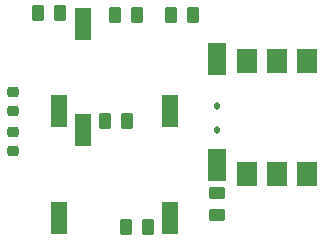
<source format=gtp>
G04 #@! TF.GenerationSoftware,KiCad,Pcbnew,8.0.1*
G04 #@! TF.CreationDate,2024-03-31T17:01:24-05:00*
G04 #@! TF.ProjectId,minimidi_v1,6d696e69-6d69-4646-995f-76312e6b6963,rev?*
G04 #@! TF.SameCoordinates,Original*
G04 #@! TF.FileFunction,Paste,Top*
G04 #@! TF.FilePolarity,Positive*
%FSLAX46Y46*%
G04 Gerber Fmt 4.6, Leading zero omitted, Abs format (unit mm)*
G04 Created by KiCad (PCBNEW 8.0.1) date 2024-03-31 17:01:24*
%MOMM*%
%LPD*%
G01*
G04 APERTURE LIST*
G04 Aperture macros list*
%AMRoundRect*
0 Rectangle with rounded corners*
0 $1 Rounding radius*
0 $2 $3 $4 $5 $6 $7 $8 $9 X,Y pos of 4 corners*
0 Add a 4 corners polygon primitive as box body*
4,1,4,$2,$3,$4,$5,$6,$7,$8,$9,$2,$3,0*
0 Add four circle primitives for the rounded corners*
1,1,$1+$1,$2,$3*
1,1,$1+$1,$4,$5*
1,1,$1+$1,$6,$7*
1,1,$1+$1,$8,$9*
0 Add four rect primitives between the rounded corners*
20,1,$1+$1,$2,$3,$4,$5,0*
20,1,$1+$1,$4,$5,$6,$7,0*
20,1,$1+$1,$6,$7,$8,$9,0*
20,1,$1+$1,$8,$9,$2,$3,0*%
G04 Aperture macros list end*
%ADD10RoundRect,0.250000X0.262500X0.450000X-0.262500X0.450000X-0.262500X-0.450000X0.262500X-0.450000X0*%
%ADD11R,1.400000X2.800000*%
%ADD12R,1.600000X2.800000*%
%ADD13RoundRect,0.112500X0.112500X-0.187500X0.112500X0.187500X-0.112500X0.187500X-0.112500X-0.187500X0*%
%ADD14RoundRect,0.218750X0.256250X-0.218750X0.256250X0.218750X-0.256250X0.218750X-0.256250X-0.218750X0*%
%ADD15R,1.780000X2.000000*%
%ADD16RoundRect,0.250000X-0.262500X-0.450000X0.262500X-0.450000X0.262500X0.450000X-0.262500X0.450000X0*%
%ADD17RoundRect,0.250000X0.450000X-0.262500X0.450000X0.262500X-0.450000X0.262500X-0.450000X-0.262500X0*%
G04 APERTURE END LIST*
D10*
X136670353Y-85115635D03*
X134845353Y-85115635D03*
X131112500Y-94100000D03*
X129287500Y-94100000D03*
D11*
X125368098Y-93300000D03*
X134768098Y-93300000D03*
X127368098Y-85900000D03*
D12*
X138768098Y-88850000D03*
D11*
X125368098Y-102300000D03*
X134768098Y-102300000D03*
X127368098Y-94900000D03*
D12*
X138768098Y-97850000D03*
D10*
X131926714Y-85102766D03*
X130101714Y-85102766D03*
X125412500Y-85000000D03*
X123587500Y-85000000D03*
D13*
X138700000Y-94900000D03*
X138700000Y-92800000D03*
D14*
X121500000Y-93250000D03*
X121500000Y-91675000D03*
D15*
X146380000Y-89035000D03*
X143840000Y-89035000D03*
X141300000Y-89035000D03*
X141300000Y-98565000D03*
X143840000Y-98565000D03*
X146380000Y-98565000D03*
D16*
X131060436Y-103077297D03*
X132885436Y-103077297D03*
D14*
X121500000Y-96625000D03*
X121500000Y-95050000D03*
D17*
X138701315Y-102066377D03*
X138701315Y-100241377D03*
M02*

</source>
